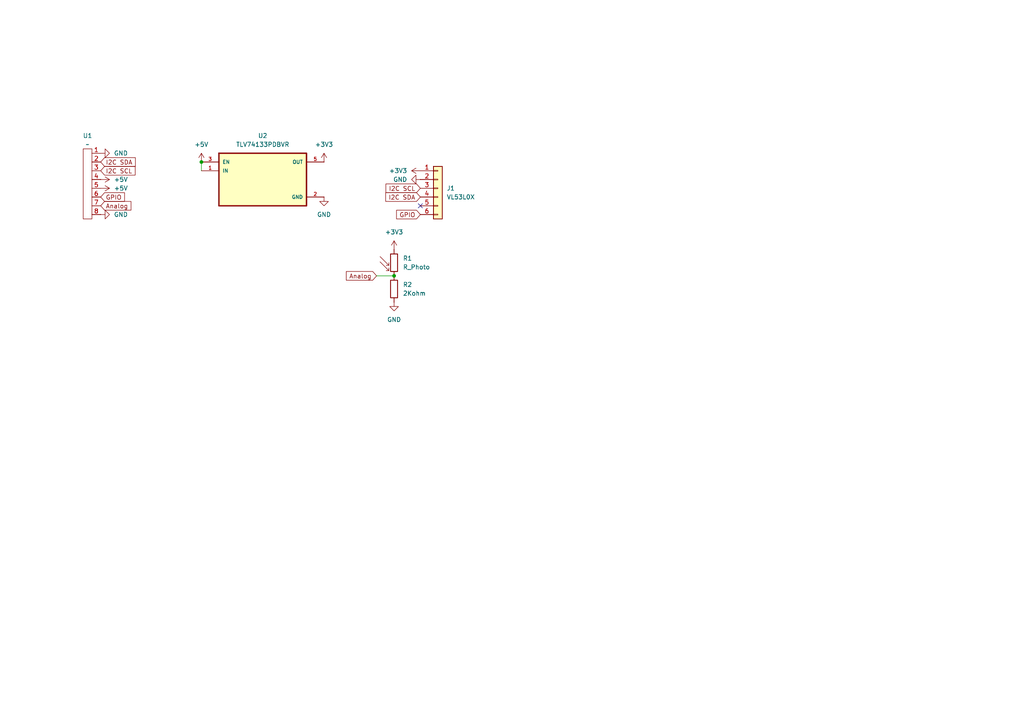
<source format=kicad_sch>
(kicad_sch (version 20250114) (generator "eeschema") (generator_version "9.0")
  (paper "A4")
  (lib_symbols
    (symbol "Connector_Generic:Conn_01x06" (pin_names (offset 1.016) (hide yes))
      (property "Reference" "J" (at 0 7.62 0))
      (property "Value" "Conn_01x06" (at 0 -10.16 0))
      (symbol "Conn_01x06_1_1"
        (rectangle (start -1.27 6.35) (end 1.27 -8.89) (stroke (width 0.254)) (fill (type background)))
        (rectangle (start -1.27 5.207) (end 0 4.953) (stroke (width 0.1524)))
        (rectangle (start -1.27 2.667) (end 0 2.413) (stroke (width 0.1524)))
        (rectangle (start -1.27 0.127) (end 0 -0.127) (stroke (width 0.1524)))
        (rectangle (start -1.27 -2.413) (end 0 -2.667) (stroke (width 0.1524)))
        (rectangle (start -1.27 -4.953) (end 0 -5.207) (stroke (width 0.1524)))
        (rectangle (start -1.27 -7.493) (end 0 -7.747) (stroke (width 0.1524)))
        (pin passive line (at -5.08 5.08 0) (length 3.81) (name "Pin_1") (number "1"))
        (pin passive line (at -5.08 2.54 0) (length 3.81) (name "Pin_2") (number "2"))
        (pin passive line (at -5.08 0 0) (length 3.81) (name "Pin_3") (number "3"))
        (pin passive line (at -5.08 -2.54 0) (length 3.81) (name "Pin_4") (number "4"))
        (pin passive line (at -5.08 -5.08 0) (length 3.81) (name "Pin_5") (number "5"))
        (pin passive line (at -5.08 -7.62 0) (length 3.81) (name "Pin_6") (number "6"))
      )
    )
    (symbol "Device:R" (pin_numbers (hide yes)) (pin_names (offset 0))
      (property "Reference" "R" (at 2.032 0 90))
      (property "Value" "R" (at 0 0 90))
      (symbol "R_0_1"
        (rectangle (start -1.016 -2.54) (end 1.016 2.54) (stroke (width 0.254)))
      )
      (symbol "R_1_1"
        (pin passive line (at 0 3.81 270) (length 1.27) (name "~") (number "1"))
        (pin passive line (at 0 -3.81 90) (length 1.27) (name "~") (number "2"))
      )
    )
    (symbol "Device:R_Photo" (pin_numbers (hide yes)) (pin_names (offset 0))
      (property "Reference" "R" (at 1.27 1.27 0))
      (property "Value" "R_Photo" (at 1.27 0 0))
      (symbol "R_Photo_0_1"
        (polyline (pts (xy -1.524 -0.762) (xy -4.064 1.778)))
        (polyline (pts (xy -1.524 -0.762) (xy -2.286 -0.762)))
        (polyline (pts (xy -1.524 -0.762) (xy -1.524 0)))
        (polyline (pts (xy -1.524 -2.286) (xy -4.064 0.254)))
        (polyline (pts (xy -1.524 -2.286) (xy -2.286 -2.286)))
        (polyline (pts (xy -1.524 -2.286) (xy -1.524 -1.524)))
        (rectangle (start -1.016 2.54) (end 1.016 -2.54) (stroke (width 0.254)))
      )
      (symbol "R_Photo_1_1"
        (pin passive line (at 0 3.81 270) (length 1.27) (name "~") (number "1"))
        (pin passive line (at 0 -3.81 90) (length 1.27) (name "~") (number "2"))
      )
    )
    (symbol "FFC:8P_FFC_0.5mm"
      (property "Reference" "U" (at 0 11.43 0))
      (symbol "8P_FFC_0.5mm_0_1"
        (rectangle (start -1.27 10.16) (end 1.27 -10.16))
      )
      (symbol "8P_FFC_0.5mm_1_1"
        (pin input line (at 3.81 8.89 180) (length 2.54) (name "") (number "1"))
        (pin input line (at 3.81 6.35 180) (length 2.54) (name "") (number "2"))
        (pin input line (at 3.81 3.81 180) (length 2.54) (name "") (number "3"))
        (pin input line (at 3.81 1.27 180) (length 2.54) (name "") (number "4"))
        (pin input line (at 3.81 -1.27 180) (length 2.54) (name "") (number "5"))
        (pin input line (at 3.81 -3.81 180) (length 2.54) (name "") (number "6"))
        (pin input line (at 3.81 -6.35 180) (length 2.54) (name "") (number "7"))
        (pin input line (at 3.81 -8.89 180) (length 2.54) (name "") (number "8"))
      )
    )
    (symbol "TLV 3V3 Regulator:TLV74133PDBVR" (pin_names (offset 1.016))
      (property "Reference" "U" (at -12.7 8.62 0))
      (property "Value" "TLV74133PDBVR" (at -12.7 -11.62 0))
      (symbol "TLV74133PDBVR_0_0"
        (rectangle (start -12.7 -7.62) (end 12.7 7.62) (stroke (width 0.41)) (fill (type background)))
        (pin input line (at -17.78 5.08 0) (length 5.08) (name "EN") (number "3"))
        (pin input line (at -17.78 2.54 0) (length 5.08) (name "IN") (number "1"))
        (pin output line (at 17.78 5.08 180) (length 5.08) (name "OUT") (number "5"))
        (pin power_in line (at 17.78 -5.08 180) (length 5.08) (name "GND") (number "2"))
      )
    )
    (symbol "power:+3V3" (power) (pin_numbers (hide yes)) (pin_names (offset 0) (hide yes))
      (property "Value" "+3V3" (at 0 3.556 0))
      (symbol "+3V3_0_1"
        (polyline (pts (xy -0.762 1.27) (xy 0 2.54)))
        (polyline (pts (xy 0 2.54) (xy 0.762 1.27)))
        (polyline (pts (xy 0 0) (xy 0 2.54)))
      )
      (symbol "+3V3_1_1"
        (pin power_in line (at 0 0 90) (length 0) (name "~") (number "1"))
      )
    )
    (symbol "power:+5V" (power) (pin_numbers (hide yes)) (pin_names (offset 0) (hide yes))
      (property "Value" "+5V" (at 0 3.556 0))
      (symbol "+5V_0_1"
        (polyline (pts (xy -0.762 1.27) (xy 0 2.54)))
        (polyline (pts (xy 0 2.54) (xy 0.762 1.27)))
        (polyline (pts (xy 0 0) (xy 0 2.54)))
      )
      (symbol "+5V_1_1"
        (pin power_in line (at 0 0 90) (length 0) (name "~") (number "1"))
      )
    )
    (symbol "power:GND" (power) (pin_numbers (hide yes)) (pin_names (offset 0) (hide yes))
      (property "Value" "GND" (at 0 -3.81 0))
      (symbol "GND_0_1"
        (polyline (pts (xy 0 0) (xy 0 -1.27) (xy 1.27 -1.27) (xy 0 -2.54) (xy -1.27 -1.27) (xy 0 -1.27)))
      )
      (symbol "GND_1_1"
        (pin power_in line (at 0 0 270) (length 0) (name "~") (number "1"))
      )
    )
  )
  (junction (at 58.42 46.99))
  (junction (at 114.3 80.01))
  (no_connect (at 121.92 59.69))
  (wire (pts (xy 58.42 46.99) (xy 58.42 49.53)))
  (wire (pts (xy 109.22 80.01) (xy 114.3 80.01)))
  (global_label "I2C SDA" (shape input) (at 29.21 46.99 0) (property "Intersheetrefs" "${INTERSHEET_REFS}" (effects (hide yes))))
  (global_label "Analog" (shape input) (at 29.21 59.69 0) (property "Intersheetrefs" "${INTERSHEET_REFS}" (effects (hide yes))))
  (global_label "Analog" (shape input) (at 109.22 80.01 180) (property "Intersheetrefs" "${INTERSHEET_REFS}" (effects (hide yes))))
  (global_label "I2C SCL" (shape input) (at 29.21 49.53 0) (property "Intersheetrefs" "${INTERSHEET_REFS}" (effects (hide yes))))
  (global_label "GPIO" (shape input) (at 29.21 57.15 0) (property "Intersheetrefs" "${INTERSHEET_REFS}" (effects (hide yes))))
  (global_label "GPIO" (shape input) (at 121.92 62.23 180) (property "Intersheetrefs" "${INTERSHEET_REFS}" (effects (hide yes))))
  (global_label "I2C SCL" (shape input) (at 121.92 54.61 180) (property "Intersheetrefs" "${INTERSHEET_REFS}" (effects (hide yes))))
  (global_label "I2C SDA" (shape input) (at 121.92 57.15 180) (property "Intersheetrefs" "${INTERSHEET_REFS}" (effects (hide yes))))
  (symbol (lib_id "Device:R") (at 114.3 83.82 0) (unit 1)
    (property "Reference" "R2" (at 116.84 82.5499 0) (effects (justify left)))
    (property "Value" "2Kohm" (at 116.84 85.0899 0) (effects (justify left)))
    (property "Footprint" "Resistor_SMD:R_0603_1608Metric_Pad0.98x0.95mm_HandSolder" (effects (hide yes)))
    (property "Description" "Resistor" (effects (hide yes)))
  )
  (symbol (lib_id "power:+3V3") (at 93.98 46.99 0) (unit 1)
    (property "Reference" "#PWR08" (effects (hide yes)))
    (property "Value" "+3V3" (at 93.98 41.91 0))
    (property "Description" "Power symbol creates a global label with name \"+3V3\"" (effects (hide yes)))
  )
  (symbol (lib_id "power:GND") (at 114.3 87.63 0) (unit 1)
    (property "Reference" "#PWR011" (effects (hide yes)))
    (property "Value" "GND" (at 114.3 92.71 0))
    (property "Description" "Power symbol creates a global label with name \"GND\" , ground" (effects (hide yes)))
  )
  (symbol (lib_id "TLV 3V3 Regulator:TLV74133PDBVR") (at 76.2 52.07 0) (unit 1)
    (property "Reference" "U2" (at 76.2 39.37 0))
    (property "Value" "TLV74133PDBVR" (at 76.2 41.91 0))
    (property "Footprint" "TLV 3V3 Regulator:SOT95P280X145-5N" (effects (hide yes)))
    (property "MF" "Texas Instruments" (effects (hide yes)))
    (property "Description_1" "150-mA low-dropout (LDO) voltage regulator with active output discharge and enable" (effects (hide yes)))
    (property "Package" "SOT-23-5 Texas Instruments" (effects (hide yes)))
    (property "Price" "None" (effects (hide yes)))
    (property "SnapEDA_Link" "https://www.snapeda.com/parts/TLV74133PDBVR/Texas+Instruments/view-part/?ref=snap" (effects (hide yes)))
    (property "MP" "TLV74133PDBVR" (effects (hide yes)))
    (property "Availability" "In Stock" (effects (hide yes)))
    (property "Check_prices" "https://www.snapeda.com/parts/TLV74133PDBVR/Texas+Instruments/view-part/?ref=eda" (effects (hide yes)))
  )
  (symbol (lib_id "power:+3V3") (at 114.3 72.39 0) (unit 1)
    (property "Reference" "#PWR010" (effects (hide yes)))
    (property "Value" "+3V3" (at 114.3 67.31 0))
    (property "Description" "Power symbol creates a global label with name \"+3V3\"" (effects (hide yes)))
  )
  (symbol (lib_id "Connector_Generic:Conn_01x06") (at 127 54.61 0) (unit 1)
    (property "Reference" "J1" (at 129.54 54.6099 0) (effects (justify left)))
    (property "Value" "VL53L0X" (at 129.54 57.1499 0) (effects (justify left)))
    (property "Footprint" "Connector_PinHeader_2.54mm:PinHeader_1x06_P2.54mm_Vertical" (effects (hide yes)))
    (property "Description" "Generic connector, single row, 01x06, script generated (kicad-library-utils/schlib/autogen/connector/)" (effects (hide yes)))
  )
  (symbol (lib_id "FFC:8P_FFC_0.5mm") (at 25.4 53.34 0) (unit 1)
    (property "Reference" "U1" (at 25.4 39.37 0))
    (property "Value" "~" (at 25.4 41.91 0))
    (property "Footprint" "FFC:FFC 0.8mm 8P" (effects (hide yes)))
  )
  (symbol (lib_id "power:+3V3") (at 121.92 49.53 90) (unit 1)
    (property "Reference" "#PWR06" (effects (hide yes)))
    (property "Value" "+3V3" (at 118.11 49.5299 90) (effects (justify left)))
    (property "Description" "Power symbol creates a global label with name \"+3V3\"" (effects (hide yes)))
  )
  (symbol (lib_id "Device:R_Photo") (at 114.3 76.2 0) (unit 1)
    (property "Reference" "R1" (at 116.84 74.9299 0) (effects (justify left)))
    (property "Value" "R_Photo" (at 116.84 77.4699 0) (effects (justify left)))
    (property "Footprint" "OptoDevice:R_LDR_5.1x4.3mm_P3.4mm_Vertical" (effects (hide yes)))
    (property "Description" "Photoresistor" (effects (hide yes)))
  )
  (symbol (lib_id "power:+5V") (at 29.21 54.61 270) (unit 1)
    (property "Reference" "#PWR04" (effects (hide yes)))
    (property "Value" "+5V" (at 33.02 54.6099 90) (effects (justify left)))
    (property "Description" "Power symbol creates a global label with name \"+5V\"" (effects (hide yes)))
  )
  (symbol (lib_id "power:GND") (at 121.92 52.07 270) (unit 1)
    (property "Reference" "#PWR05" (effects (hide yes)))
    (property "Value" "GND" (at 118.11 52.0699 90) (effects (justify right)))
    (property "Description" "Power symbol creates a global label with name \"GND\" , ground" (effects (hide yes)))
  )
  (symbol (lib_id "power:GND") (at 29.21 62.23 90) (unit 1)
    (property "Reference" "#PWR02" (effects (hide yes)))
    (property "Value" "GND" (at 33.02 62.2299 90) (effects (justify right)))
    (property "Description" "Power symbol creates a global label with name \"GND\" , ground" (effects (hide yes)))
  )
  (symbol (lib_id "power:+5V") (at 58.42 46.99 0) (unit 1)
    (property "Reference" "#PWR09" (effects (hide yes)))
    (property "Value" "+5V" (at 58.42 41.91 0))
    (property "Description" "Power symbol creates a global label with name \"+5V\"" (effects (hide yes)))
  )
  (symbol (lib_id "power:GND") (at 29.21 44.45 90) (unit 1)
    (property "Reference" "#PWR01" (effects (hide yes)))
    (property "Value" "GND" (at 33.02 44.4499 90) (effects (justify right)))
    (property "Description" "Power symbol creates a global label with name \"GND\" , ground" (effects (hide yes)))
  )
  (symbol (lib_id "power:+5V") (at 29.21 52.07 270) (unit 1)
    (property "Reference" "#PWR03" (effects (hide yes)))
    (property "Value" "+5V" (at 33.02 52.0699 90) (effects (justify left)))
    (property "Description" "Power symbol creates a global label with name \"+5V\"" (effects (hide yes)))
  )
  (symbol (lib_id "power:GND") (at 93.98 57.15 0) (unit 1)
    (property "Reference" "#PWR07" (effects (hide yes)))
    (property "Value" "GND" (at 93.98 62.23 0))
    (property "Description" "Power symbol creates a global label with name \"GND\" , ground" (effects (hide yes)))
  )
)
</source>
